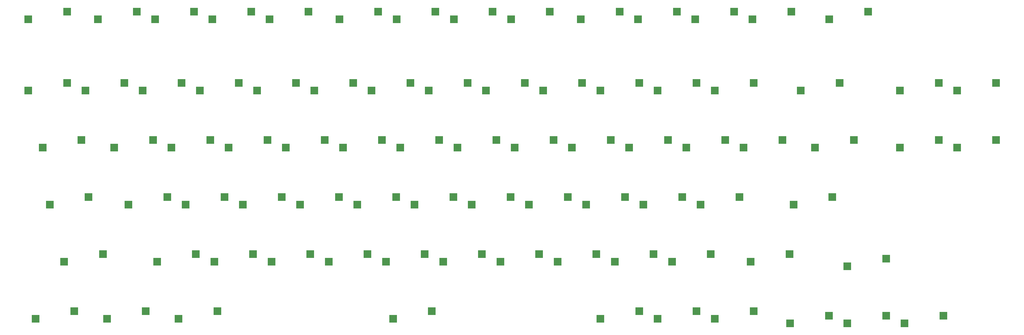
<source format=gbr>
%TF.GenerationSoftware,KiCad,Pcbnew,7.0.9*%
%TF.CreationDate,2024-09-10T22:02:23-04:00*%
%TF.ProjectId,panel,70616e65-6c2e-46b6-9963-61645f706362,0.1*%
%TF.SameCoordinates,Original*%
%TF.FileFunction,Paste,Bot*%
%TF.FilePolarity,Positive*%
%FSLAX46Y46*%
G04 Gerber Fmt 4.6, Leading zero omitted, Abs format (unit mm)*
G04 Created by KiCad (PCBNEW 7.0.9) date 2024-09-10 22:02:23*
%MOMM*%
%LPD*%
G01*
G04 APERTURE LIST*
%ADD10R,2.550000X2.500000*%
G04 APERTURE END LIST*
D10*
%TO.C,SW69*%
X321155000Y-120392000D03*
X334082000Y-117852000D03*
%TD*%
%TO.C,SW40*%
X286597500Y-80803000D03*
X299524500Y-78263000D03*
%TD*%
%TO.C,SW20*%
X162772000Y-61753000D03*
X175699000Y-59213000D03*
%TD*%
%TO.C,SW72*%
X98477500Y-137953000D03*
X111404500Y-135413000D03*
%TD*%
%TO.C,SW28*%
X53234500Y-80803000D03*
X66161500Y-78263000D03*
%TD*%
%TO.C,SW25*%
X258022000Y-61753000D03*
X270949000Y-59213000D03*
%TD*%
%TO.C,SW6*%
X152033000Y-37961000D03*
X164960000Y-35421000D03*
%TD*%
%TO.C,SW8*%
X190133000Y-37961000D03*
X203060000Y-35421000D03*
%TD*%
%TO.C,SW23*%
X219922000Y-61753000D03*
X232849000Y-59213000D03*
%TD*%
%TO.C,SW68*%
X288978500Y-118903000D03*
X301905500Y-116363000D03*
%TD*%
%TO.C,SW35*%
X191347500Y-80803000D03*
X204274500Y-78263000D03*
%TD*%
%TO.C,SW38*%
X248497500Y-80803000D03*
X261424500Y-78263000D03*
%TD*%
%TO.C,SW46*%
X138959500Y-99853000D03*
X151886500Y-97313000D03*
%TD*%
%TO.C,SW73*%
X169915500Y-137953000D03*
X182842500Y-135413000D03*
%TD*%
%TO.C,SW1*%
X48433000Y-37983000D03*
X61360000Y-35443000D03*
%TD*%
%TO.C,SW45*%
X119909500Y-99853000D03*
X132836500Y-97313000D03*
%TD*%
%TO.C,SW59*%
X129434500Y-118903000D03*
X142361500Y-116363000D03*
%TD*%
%TO.C,SW64*%
X224684500Y-118903000D03*
X237611500Y-116363000D03*
%TD*%
%TO.C,SW31*%
X115147500Y-80803000D03*
X128074500Y-78263000D03*
%TD*%
%TO.C,SW39*%
X267547500Y-80803000D03*
X280474500Y-78263000D03*
%TD*%
%TO.C,SW12*%
X270508000Y-37961000D03*
X283435000Y-35421000D03*
%TD*%
%TO.C,SW74*%
X238971500Y-137953000D03*
X251898500Y-135413000D03*
%TD*%
%TO.C,SW2*%
X71658000Y-37961000D03*
X84585000Y-35421000D03*
%TD*%
%TO.C,SW15*%
X67522000Y-61753000D03*
X80449000Y-59213000D03*
%TD*%
%TO.C,SW82*%
X357716000Y-61744000D03*
X370643000Y-59204000D03*
%TD*%
%TO.C,SW14*%
X48472000Y-61753000D03*
X61399000Y-59213000D03*
%TD*%
%TO.C,SW37*%
X229447500Y-80803000D03*
X242374500Y-78263000D03*
%TD*%
%TO.C,SW80*%
X338666000Y-61744000D03*
X351593000Y-59204000D03*
%TD*%
%TO.C,SW61*%
X167534500Y-118903000D03*
X180461500Y-116363000D03*
%TD*%
%TO.C,SW77*%
X302105000Y-139442000D03*
X315032000Y-136902000D03*
%TD*%
%TO.C,SW24*%
X238972000Y-61753000D03*
X251899000Y-59213000D03*
%TD*%
%TO.C,SW62*%
X186584500Y-118903000D03*
X199511500Y-116363000D03*
%TD*%
%TO.C,SW81*%
X338666000Y-80794000D03*
X351593000Y-78254000D03*
%TD*%
%TO.C,SW49*%
X196109500Y-99853000D03*
X209036500Y-97313000D03*
%TD*%
%TO.C,SW47*%
X158009500Y-99853000D03*
X170936500Y-97313000D03*
%TD*%
%TO.C,SW26*%
X277072000Y-61753000D03*
X289999000Y-59213000D03*
%TD*%
%TO.C,SW4*%
X109758000Y-37961000D03*
X122685000Y-35421000D03*
%TD*%
%TO.C,SW33*%
X153247500Y-80803000D03*
X166174500Y-78263000D03*
%TD*%
%TO.C,SW32*%
X134197500Y-80803000D03*
X147124500Y-78263000D03*
%TD*%
%TO.C,SW19*%
X143722000Y-61753000D03*
X156649000Y-59213000D03*
%TD*%
%TO.C,SW66*%
X262784500Y-118903000D03*
X275711500Y-116363000D03*
%TD*%
%TO.C,SW44*%
X100859500Y-99853000D03*
X113786500Y-97313000D03*
%TD*%
%TO.C,SW71*%
X74664500Y-137953000D03*
X87591500Y-135413000D03*
%TD*%
%TO.C,SW5*%
X128808000Y-37961000D03*
X141735000Y-35421000D03*
%TD*%
%TO.C,SW60*%
X148484500Y-118903000D03*
X161411500Y-116363000D03*
%TD*%
%TO.C,SW55*%
X303265500Y-99853000D03*
X316192500Y-97313000D03*
%TD*%
%TO.C,SW53*%
X272309500Y-99853000D03*
X285236500Y-97313000D03*
%TD*%
%TO.C,SW36*%
X210397500Y-80803000D03*
X223324500Y-78263000D03*
%TD*%
%TO.C,SW9*%
X209183000Y-37961000D03*
X222110000Y-35421000D03*
%TD*%
%TO.C,SW30*%
X96097500Y-80803000D03*
X109024500Y-78263000D03*
%TD*%
%TO.C,SW50*%
X215159500Y-99853000D03*
X228086500Y-97313000D03*
%TD*%
%TO.C,SW51*%
X234209500Y-99853000D03*
X247136500Y-97313000D03*
%TD*%
%TO.C,SW58*%
X110384500Y-118903000D03*
X123311500Y-116363000D03*
%TD*%
%TO.C,SW65*%
X243734500Y-118903000D03*
X256661500Y-116363000D03*
%TD*%
%TO.C,SW84*%
X340205000Y-139442000D03*
X353132000Y-136902000D03*
%TD*%
%TO.C,SW70*%
X50851500Y-137953000D03*
X63778500Y-135413000D03*
%TD*%
%TO.C,SW29*%
X77047500Y-80803000D03*
X89974500Y-78263000D03*
%TD*%
%TO.C,SW10*%
X232408000Y-37961000D03*
X245335000Y-35421000D03*
%TD*%
%TO.C,SW34*%
X172297500Y-80803000D03*
X185224500Y-78263000D03*
%TD*%
%TO.C,SW16*%
X86572000Y-61753000D03*
X99499000Y-59213000D03*
%TD*%
%TO.C,SW17*%
X105622000Y-61753000D03*
X118549000Y-59213000D03*
%TD*%
%TO.C,SW52*%
X253259500Y-99853000D03*
X266186500Y-97313000D03*
%TD*%
%TO.C,SW7*%
X171083000Y-37961000D03*
X184010000Y-35421000D03*
%TD*%
%TO.C,SW3*%
X90708000Y-37961000D03*
X103635000Y-35421000D03*
%TD*%
%TO.C,SW76*%
X277071500Y-137953000D03*
X289998500Y-135413000D03*
%TD*%
%TO.C,SW41*%
X310410500Y-80803000D03*
X323337500Y-78263000D03*
%TD*%
%TO.C,SW75*%
X258021500Y-137953000D03*
X270948500Y-135413000D03*
%TD*%
%TO.C,SW27*%
X305647000Y-61753000D03*
X318574000Y-59213000D03*
%TD*%
%TO.C,SW11*%
X251458000Y-37961000D03*
X264385000Y-35421000D03*
%TD*%
%TO.C,SW21*%
X181822000Y-61753000D03*
X194749000Y-59213000D03*
%TD*%
%TO.C,SW78*%
X321155000Y-139442000D03*
X334082000Y-136902000D03*
%TD*%
%TO.C,SW22*%
X200872000Y-61753000D03*
X213799000Y-59213000D03*
%TD*%
%TO.C,SW42*%
X55615500Y-99853000D03*
X68542500Y-97313000D03*
%TD*%
%TO.C,SW13*%
X289558000Y-37961000D03*
X302485000Y-35421000D03*
%TD*%
%TO.C,SW56*%
X60378500Y-118903000D03*
X73305500Y-116363000D03*
%TD*%
%TO.C,SW63*%
X205634500Y-118903000D03*
X218561500Y-116363000D03*
%TD*%
%TO.C,SW83*%
X357716000Y-80794000D03*
X370643000Y-78254000D03*
%TD*%
%TO.C,SW57*%
X91334500Y-118903000D03*
X104261500Y-116363000D03*
%TD*%
%TO.C,SW54*%
X315152000Y-37941000D03*
X328079000Y-35401000D03*
%TD*%
%TO.C,SW18*%
X124672000Y-61753000D03*
X137599000Y-59213000D03*
%TD*%
%TO.C,SW48*%
X177059500Y-99853000D03*
X189986500Y-97313000D03*
%TD*%
%TO.C,SW43*%
X81809500Y-99853000D03*
X94736500Y-97313000D03*
%TD*%
M02*

</source>
